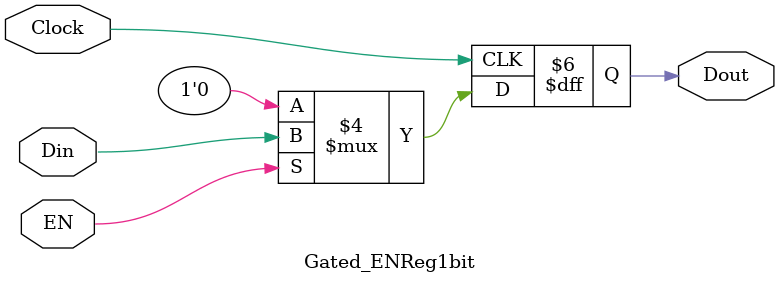
<source format=v>
`timescale	1ns/1ps

module	Gated_ENReg1bit(Dout, Din, EN, Clock)	;

output	Dout	;
reg	Dout	;

input	Din	;
wire	Din	;

input	EN	;
wire	EN	;

input	Clock	;
wire	Clock	;


always	@(posedge	Clock)
	begin
		if ( EN == 1'b1 )
			begin
				Dout <= Din	;
			end
		else
			begin
				Dout <= 1'b0	;
			end
	end

endmodule	

</source>
